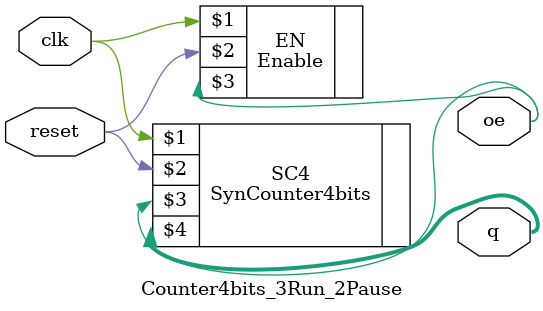
<source format=v>
`timescale 1ns / 1ps
module Counter4bits_3Run_2Pause( clk, reset, oe, q
    );
	input clk, reset;
	output oe;
	output [3:0] q;
	wire C1;
	Enable EN (clk, reset, oe);
//	assign C1 = oe & clk;
	SynCounter4bits SC4 (clk, reset, oe, q);

endmodule

</source>
